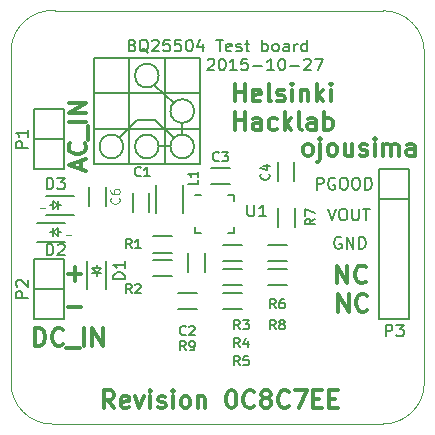
<source format=gto>
G04 #@! TF.FileFunction,Legend,Top*
%FSLAX46Y46*%
G04 Gerber Fmt 4.6, Leading zero omitted, Abs format (unit mm)*
G04 Created by KiCad (PCBNEW (2015-07-08 BZR 5908, Git 901e961)-product) date 27.10.2015 7:37:09*
%MOMM*%
G01*
G04 APERTURE LIST*
%ADD10C,0.100000*%
%ADD11C,0.300000*%
%ADD12C,0.200000*%
%ADD13C,0.150000*%
%ADD14C,0.050000*%
%ADD15C,0.080000*%
%ADD16C,2.750000*%
%ADD17R,1.000000X0.800000*%
%ADD18R,0.800000X1.000000*%
%ADD19C,2.000000*%
%ADD20R,1.800000X1.400000*%
%ADD21R,2.032000X2.032000*%
%ADD22O,2.032000X2.032000*%
%ADD23O,0.750000X0.300000*%
%ADD24O,0.300000X0.750000*%
%ADD25R,0.900000X0.900000*%
%ADD26R,0.550000X1.000000*%
%ADD27R,2.032000X1.727200*%
%ADD28O,2.032000X1.727200*%
%ADD29R,1.000000X0.550000*%
G04 APERTURE END LIST*
D10*
D11*
X53738001Y-78656571D02*
X53238001Y-77942286D01*
X52880858Y-78656571D02*
X52880858Y-77156571D01*
X53452286Y-77156571D01*
X53595144Y-77228000D01*
X53666572Y-77299429D01*
X53738001Y-77442286D01*
X53738001Y-77656571D01*
X53666572Y-77799429D01*
X53595144Y-77870857D01*
X53452286Y-77942286D01*
X52880858Y-77942286D01*
X54952286Y-78585143D02*
X54809429Y-78656571D01*
X54523715Y-78656571D01*
X54380858Y-78585143D01*
X54309429Y-78442286D01*
X54309429Y-77870857D01*
X54380858Y-77728000D01*
X54523715Y-77656571D01*
X54809429Y-77656571D01*
X54952286Y-77728000D01*
X55023715Y-77870857D01*
X55023715Y-78013714D01*
X54309429Y-78156571D01*
X55523715Y-77656571D02*
X55880858Y-78656571D01*
X56238000Y-77656571D01*
X56809429Y-78656571D02*
X56809429Y-77656571D01*
X56809429Y-77156571D02*
X56738000Y-77228000D01*
X56809429Y-77299429D01*
X56880857Y-77228000D01*
X56809429Y-77156571D01*
X56809429Y-77299429D01*
X57452286Y-78585143D02*
X57595143Y-78656571D01*
X57880858Y-78656571D01*
X58023715Y-78585143D01*
X58095143Y-78442286D01*
X58095143Y-78370857D01*
X58023715Y-78228000D01*
X57880858Y-78156571D01*
X57666572Y-78156571D01*
X57523715Y-78085143D01*
X57452286Y-77942286D01*
X57452286Y-77870857D01*
X57523715Y-77728000D01*
X57666572Y-77656571D01*
X57880858Y-77656571D01*
X58023715Y-77728000D01*
X58738001Y-78656571D02*
X58738001Y-77656571D01*
X58738001Y-77156571D02*
X58666572Y-77228000D01*
X58738001Y-77299429D01*
X58809429Y-77228000D01*
X58738001Y-77156571D01*
X58738001Y-77299429D01*
X59666573Y-78656571D02*
X59523715Y-78585143D01*
X59452287Y-78513714D01*
X59380858Y-78370857D01*
X59380858Y-77942286D01*
X59452287Y-77799429D01*
X59523715Y-77728000D01*
X59666573Y-77656571D01*
X59880858Y-77656571D01*
X60023715Y-77728000D01*
X60095144Y-77799429D01*
X60166573Y-77942286D01*
X60166573Y-78370857D01*
X60095144Y-78513714D01*
X60023715Y-78585143D01*
X59880858Y-78656571D01*
X59666573Y-78656571D01*
X60809430Y-77656571D02*
X60809430Y-78656571D01*
X60809430Y-77799429D02*
X60880858Y-77728000D01*
X61023716Y-77656571D01*
X61238001Y-77656571D01*
X61380858Y-77728000D01*
X61452287Y-77870857D01*
X61452287Y-78656571D01*
X63595144Y-77156571D02*
X63738001Y-77156571D01*
X63880858Y-77228000D01*
X63952287Y-77299429D01*
X64023716Y-77442286D01*
X64095144Y-77728000D01*
X64095144Y-78085143D01*
X64023716Y-78370857D01*
X63952287Y-78513714D01*
X63880858Y-78585143D01*
X63738001Y-78656571D01*
X63595144Y-78656571D01*
X63452287Y-78585143D01*
X63380858Y-78513714D01*
X63309430Y-78370857D01*
X63238001Y-78085143D01*
X63238001Y-77728000D01*
X63309430Y-77442286D01*
X63380858Y-77299429D01*
X63452287Y-77228000D01*
X63595144Y-77156571D01*
X65595144Y-78513714D02*
X65523715Y-78585143D01*
X65309429Y-78656571D01*
X65166572Y-78656571D01*
X64952287Y-78585143D01*
X64809429Y-78442286D01*
X64738001Y-78299429D01*
X64666572Y-78013714D01*
X64666572Y-77799429D01*
X64738001Y-77513714D01*
X64809429Y-77370857D01*
X64952287Y-77228000D01*
X65166572Y-77156571D01*
X65309429Y-77156571D01*
X65523715Y-77228000D01*
X65595144Y-77299429D01*
X66452287Y-77799429D02*
X66309429Y-77728000D01*
X66238001Y-77656571D01*
X66166572Y-77513714D01*
X66166572Y-77442286D01*
X66238001Y-77299429D01*
X66309429Y-77228000D01*
X66452287Y-77156571D01*
X66738001Y-77156571D01*
X66880858Y-77228000D01*
X66952287Y-77299429D01*
X67023715Y-77442286D01*
X67023715Y-77513714D01*
X66952287Y-77656571D01*
X66880858Y-77728000D01*
X66738001Y-77799429D01*
X66452287Y-77799429D01*
X66309429Y-77870857D01*
X66238001Y-77942286D01*
X66166572Y-78085143D01*
X66166572Y-78370857D01*
X66238001Y-78513714D01*
X66309429Y-78585143D01*
X66452287Y-78656571D01*
X66738001Y-78656571D01*
X66880858Y-78585143D01*
X66952287Y-78513714D01*
X67023715Y-78370857D01*
X67023715Y-78085143D01*
X66952287Y-77942286D01*
X66880858Y-77870857D01*
X66738001Y-77799429D01*
X68523715Y-78513714D02*
X68452286Y-78585143D01*
X68238000Y-78656571D01*
X68095143Y-78656571D01*
X67880858Y-78585143D01*
X67738000Y-78442286D01*
X67666572Y-78299429D01*
X67595143Y-78013714D01*
X67595143Y-77799429D01*
X67666572Y-77513714D01*
X67738000Y-77370857D01*
X67880858Y-77228000D01*
X68095143Y-77156571D01*
X68238000Y-77156571D01*
X68452286Y-77228000D01*
X68523715Y-77299429D01*
X69023715Y-77156571D02*
X70023715Y-77156571D01*
X69380858Y-78656571D01*
X70595143Y-77870857D02*
X71095143Y-77870857D01*
X71309429Y-78656571D02*
X70595143Y-78656571D01*
X70595143Y-77156571D01*
X71309429Y-77156571D01*
X71952286Y-77870857D02*
X72452286Y-77870857D01*
X72666572Y-78656571D02*
X71952286Y-78656571D01*
X71952286Y-77156571D01*
X72666572Y-77156571D01*
X50950000Y-58421429D02*
X50950000Y-57707143D01*
X51378571Y-58564286D02*
X49878571Y-58064286D01*
X51378571Y-57564286D01*
X51235714Y-56207143D02*
X51307143Y-56278572D01*
X51378571Y-56492858D01*
X51378571Y-56635715D01*
X51307143Y-56850000D01*
X51164286Y-56992858D01*
X51021429Y-57064286D01*
X50735714Y-57135715D01*
X50521429Y-57135715D01*
X50235714Y-57064286D01*
X50092857Y-56992858D01*
X49950000Y-56850000D01*
X49878571Y-56635715D01*
X49878571Y-56492858D01*
X49950000Y-56278572D01*
X50021429Y-56207143D01*
X51521429Y-55921429D02*
X51521429Y-54778572D01*
X51378571Y-54421429D02*
X49878571Y-54421429D01*
X51378571Y-53707143D02*
X49878571Y-53707143D01*
X51378571Y-52850000D01*
X49878571Y-52850000D01*
X47042857Y-73378571D02*
X47042857Y-71878571D01*
X47400000Y-71878571D01*
X47614285Y-71950000D01*
X47757143Y-72092857D01*
X47828571Y-72235714D01*
X47900000Y-72521429D01*
X47900000Y-72735714D01*
X47828571Y-73021429D01*
X47757143Y-73164286D01*
X47614285Y-73307143D01*
X47400000Y-73378571D01*
X47042857Y-73378571D01*
X49400000Y-73235714D02*
X49328571Y-73307143D01*
X49114285Y-73378571D01*
X48971428Y-73378571D01*
X48757143Y-73307143D01*
X48614285Y-73164286D01*
X48542857Y-73021429D01*
X48471428Y-72735714D01*
X48471428Y-72521429D01*
X48542857Y-72235714D01*
X48614285Y-72092857D01*
X48757143Y-71950000D01*
X48971428Y-71878571D01*
X49114285Y-71878571D01*
X49328571Y-71950000D01*
X49400000Y-72021429D01*
X49685714Y-73521429D02*
X50828571Y-73521429D01*
X51185714Y-73378571D02*
X51185714Y-71878571D01*
X51900000Y-73378571D02*
X51900000Y-71878571D01*
X52757143Y-73378571D01*
X52757143Y-71878571D01*
X49828572Y-70107143D02*
X50971429Y-70107143D01*
X49828572Y-67307143D02*
X50971429Y-67307143D01*
X50400000Y-67878571D02*
X50400000Y-66735714D01*
X72721429Y-70478571D02*
X72721429Y-68978571D01*
X73578572Y-70478571D01*
X73578572Y-68978571D01*
X75150001Y-70335714D02*
X75078572Y-70407143D01*
X74864286Y-70478571D01*
X74721429Y-70478571D01*
X74507144Y-70407143D01*
X74364286Y-70264286D01*
X74292858Y-70121429D01*
X74221429Y-69835714D01*
X74221429Y-69621429D01*
X74292858Y-69335714D01*
X74364286Y-69192857D01*
X74507144Y-69050000D01*
X74721429Y-68978571D01*
X74864286Y-68978571D01*
X75078572Y-69050000D01*
X75150001Y-69121429D01*
X72621429Y-68078571D02*
X72621429Y-66578571D01*
X73478572Y-68078571D01*
X73478572Y-66578571D01*
X75050001Y-67935714D02*
X74978572Y-68007143D01*
X74764286Y-68078571D01*
X74621429Y-68078571D01*
X74407144Y-68007143D01*
X74264286Y-67864286D01*
X74192858Y-67721429D01*
X74121429Y-67435714D01*
X74121429Y-67221429D01*
X74192858Y-66935714D01*
X74264286Y-66792857D01*
X74407144Y-66650000D01*
X74621429Y-66578571D01*
X74764286Y-66578571D01*
X74978572Y-66650000D01*
X75050001Y-66721429D01*
D12*
X71838095Y-61752381D02*
X72171428Y-62752381D01*
X72504762Y-61752381D01*
X73028571Y-61752381D02*
X73219048Y-61752381D01*
X73314286Y-61800000D01*
X73409524Y-61895238D01*
X73457143Y-62085714D01*
X73457143Y-62419048D01*
X73409524Y-62609524D01*
X73314286Y-62704762D01*
X73219048Y-62752381D01*
X73028571Y-62752381D01*
X72933333Y-62704762D01*
X72838095Y-62609524D01*
X72790476Y-62419048D01*
X72790476Y-62085714D01*
X72838095Y-61895238D01*
X72933333Y-61800000D01*
X73028571Y-61752381D01*
X73885714Y-61752381D02*
X73885714Y-62561905D01*
X73933333Y-62657143D01*
X73980952Y-62704762D01*
X74076190Y-62752381D01*
X74266667Y-62752381D01*
X74361905Y-62704762D01*
X74409524Y-62657143D01*
X74457143Y-62561905D01*
X74457143Y-61752381D01*
X74790476Y-61752381D02*
X75361905Y-61752381D01*
X75076190Y-62752381D02*
X75076190Y-61752381D01*
X72938096Y-64200000D02*
X72842858Y-64152381D01*
X72700001Y-64152381D01*
X72557143Y-64200000D01*
X72461905Y-64295238D01*
X72414286Y-64390476D01*
X72366667Y-64580952D01*
X72366667Y-64723810D01*
X72414286Y-64914286D01*
X72461905Y-65009524D01*
X72557143Y-65104762D01*
X72700001Y-65152381D01*
X72795239Y-65152381D01*
X72938096Y-65104762D01*
X72985715Y-65057143D01*
X72985715Y-64723810D01*
X72795239Y-64723810D01*
X73414286Y-65152381D02*
X73414286Y-64152381D01*
X73985715Y-65152381D01*
X73985715Y-64152381D01*
X74461905Y-65152381D02*
X74461905Y-64152381D01*
X74700000Y-64152381D01*
X74842858Y-64200000D01*
X74938096Y-64295238D01*
X74985715Y-64390476D01*
X75033334Y-64580952D01*
X75033334Y-64723810D01*
X74985715Y-64914286D01*
X74938096Y-65009524D01*
X74842858Y-65104762D01*
X74700000Y-65152381D01*
X74461905Y-65152381D01*
X70890476Y-60152381D02*
X70890476Y-59152381D01*
X71271429Y-59152381D01*
X71366667Y-59200000D01*
X71414286Y-59247619D01*
X71461905Y-59342857D01*
X71461905Y-59485714D01*
X71414286Y-59580952D01*
X71366667Y-59628571D01*
X71271429Y-59676190D01*
X70890476Y-59676190D01*
X72414286Y-59200000D02*
X72319048Y-59152381D01*
X72176191Y-59152381D01*
X72033333Y-59200000D01*
X71938095Y-59295238D01*
X71890476Y-59390476D01*
X71842857Y-59580952D01*
X71842857Y-59723810D01*
X71890476Y-59914286D01*
X71938095Y-60009524D01*
X72033333Y-60104762D01*
X72176191Y-60152381D01*
X72271429Y-60152381D01*
X72414286Y-60104762D01*
X72461905Y-60057143D01*
X72461905Y-59723810D01*
X72271429Y-59723810D01*
X73080952Y-59152381D02*
X73271429Y-59152381D01*
X73366667Y-59200000D01*
X73461905Y-59295238D01*
X73509524Y-59485714D01*
X73509524Y-59819048D01*
X73461905Y-60009524D01*
X73366667Y-60104762D01*
X73271429Y-60152381D01*
X73080952Y-60152381D01*
X72985714Y-60104762D01*
X72890476Y-60009524D01*
X72842857Y-59819048D01*
X72842857Y-59485714D01*
X72890476Y-59295238D01*
X72985714Y-59200000D01*
X73080952Y-59152381D01*
X74128571Y-59152381D02*
X74319048Y-59152381D01*
X74414286Y-59200000D01*
X74509524Y-59295238D01*
X74557143Y-59485714D01*
X74557143Y-59819048D01*
X74509524Y-60009524D01*
X74414286Y-60104762D01*
X74319048Y-60152381D01*
X74128571Y-60152381D01*
X74033333Y-60104762D01*
X73938095Y-60009524D01*
X73890476Y-59819048D01*
X73890476Y-59485714D01*
X73938095Y-59295238D01*
X74033333Y-59200000D01*
X74128571Y-59152381D01*
X74985714Y-60152381D02*
X74985714Y-59152381D01*
X75223809Y-59152381D01*
X75366667Y-59200000D01*
X75461905Y-59295238D01*
X75509524Y-59390476D01*
X75557143Y-59580952D01*
X75557143Y-59723810D01*
X75509524Y-59914286D01*
X75461905Y-60009524D01*
X75366667Y-60104762D01*
X75223809Y-60152381D01*
X74985714Y-60152381D01*
D11*
X70035714Y-57278571D02*
X69892856Y-57207143D01*
X69821428Y-57135714D01*
X69749999Y-56992857D01*
X69749999Y-56564286D01*
X69821428Y-56421429D01*
X69892856Y-56350000D01*
X70035714Y-56278571D01*
X70249999Y-56278571D01*
X70392856Y-56350000D01*
X70464285Y-56421429D01*
X70535714Y-56564286D01*
X70535714Y-56992857D01*
X70464285Y-57135714D01*
X70392856Y-57207143D01*
X70249999Y-57278571D01*
X70035714Y-57278571D01*
X71178571Y-56278571D02*
X71178571Y-57564286D01*
X71107142Y-57707143D01*
X70964285Y-57778571D01*
X70892857Y-57778571D01*
X71178571Y-55778571D02*
X71107142Y-55850000D01*
X71178571Y-55921429D01*
X71249999Y-55850000D01*
X71178571Y-55778571D01*
X71178571Y-55921429D01*
X72107143Y-57278571D02*
X71964285Y-57207143D01*
X71892857Y-57135714D01*
X71821428Y-56992857D01*
X71821428Y-56564286D01*
X71892857Y-56421429D01*
X71964285Y-56350000D01*
X72107143Y-56278571D01*
X72321428Y-56278571D01*
X72464285Y-56350000D01*
X72535714Y-56421429D01*
X72607143Y-56564286D01*
X72607143Y-56992857D01*
X72535714Y-57135714D01*
X72464285Y-57207143D01*
X72321428Y-57278571D01*
X72107143Y-57278571D01*
X73892857Y-56278571D02*
X73892857Y-57278571D01*
X73250000Y-56278571D02*
X73250000Y-57064286D01*
X73321428Y-57207143D01*
X73464286Y-57278571D01*
X73678571Y-57278571D01*
X73821428Y-57207143D01*
X73892857Y-57135714D01*
X74535714Y-57207143D02*
X74678571Y-57278571D01*
X74964286Y-57278571D01*
X75107143Y-57207143D01*
X75178571Y-57064286D01*
X75178571Y-56992857D01*
X75107143Y-56850000D01*
X74964286Y-56778571D01*
X74750000Y-56778571D01*
X74607143Y-56707143D01*
X74535714Y-56564286D01*
X74535714Y-56492857D01*
X74607143Y-56350000D01*
X74750000Y-56278571D01*
X74964286Y-56278571D01*
X75107143Y-56350000D01*
X75821429Y-57278571D02*
X75821429Y-56278571D01*
X75821429Y-55778571D02*
X75750000Y-55850000D01*
X75821429Y-55921429D01*
X75892857Y-55850000D01*
X75821429Y-55778571D01*
X75821429Y-55921429D01*
X76535715Y-57278571D02*
X76535715Y-56278571D01*
X76535715Y-56421429D02*
X76607143Y-56350000D01*
X76750001Y-56278571D01*
X76964286Y-56278571D01*
X77107143Y-56350000D01*
X77178572Y-56492857D01*
X77178572Y-57278571D01*
X77178572Y-56492857D02*
X77250001Y-56350000D01*
X77392858Y-56278571D01*
X77607143Y-56278571D01*
X77750001Y-56350000D01*
X77821429Y-56492857D01*
X77821429Y-57278571D01*
X79178572Y-57278571D02*
X79178572Y-56492857D01*
X79107143Y-56350000D01*
X78964286Y-56278571D01*
X78678572Y-56278571D01*
X78535715Y-56350000D01*
X79178572Y-57207143D02*
X79035715Y-57278571D01*
X78678572Y-57278571D01*
X78535715Y-57207143D01*
X78464286Y-57064286D01*
X78464286Y-56921429D01*
X78535715Y-56778571D01*
X78678572Y-56707143D01*
X79035715Y-56707143D01*
X79178572Y-56635714D01*
X63957143Y-52678571D02*
X63957143Y-51178571D01*
X63957143Y-51892857D02*
X64814286Y-51892857D01*
X64814286Y-52678571D02*
X64814286Y-51178571D01*
X66100000Y-52607143D02*
X65957143Y-52678571D01*
X65671429Y-52678571D01*
X65528572Y-52607143D01*
X65457143Y-52464286D01*
X65457143Y-51892857D01*
X65528572Y-51750000D01*
X65671429Y-51678571D01*
X65957143Y-51678571D01*
X66100000Y-51750000D01*
X66171429Y-51892857D01*
X66171429Y-52035714D01*
X65457143Y-52178571D01*
X67028572Y-52678571D02*
X66885714Y-52607143D01*
X66814286Y-52464286D01*
X66814286Y-51178571D01*
X67528571Y-52607143D02*
X67671428Y-52678571D01*
X67957143Y-52678571D01*
X68100000Y-52607143D01*
X68171428Y-52464286D01*
X68171428Y-52392857D01*
X68100000Y-52250000D01*
X67957143Y-52178571D01*
X67742857Y-52178571D01*
X67600000Y-52107143D01*
X67528571Y-51964286D01*
X67528571Y-51892857D01*
X67600000Y-51750000D01*
X67742857Y-51678571D01*
X67957143Y-51678571D01*
X68100000Y-51750000D01*
X68814286Y-52678571D02*
X68814286Y-51678571D01*
X68814286Y-51178571D02*
X68742857Y-51250000D01*
X68814286Y-51321429D01*
X68885714Y-51250000D01*
X68814286Y-51178571D01*
X68814286Y-51321429D01*
X69528572Y-51678571D02*
X69528572Y-52678571D01*
X69528572Y-51821429D02*
X69600000Y-51750000D01*
X69742858Y-51678571D01*
X69957143Y-51678571D01*
X70100000Y-51750000D01*
X70171429Y-51892857D01*
X70171429Y-52678571D01*
X70885715Y-52678571D02*
X70885715Y-51178571D01*
X71028572Y-52107143D02*
X71457143Y-52678571D01*
X71457143Y-51678571D02*
X70885715Y-52250000D01*
X72100001Y-52678571D02*
X72100001Y-51678571D01*
X72100001Y-51178571D02*
X72028572Y-51250000D01*
X72100001Y-51321429D01*
X72171429Y-51250000D01*
X72100001Y-51178571D01*
X72100001Y-51321429D01*
X63957143Y-55078571D02*
X63957143Y-53578571D01*
X63957143Y-54292857D02*
X64814286Y-54292857D01*
X64814286Y-55078571D02*
X64814286Y-53578571D01*
X66171429Y-55078571D02*
X66171429Y-54292857D01*
X66100000Y-54150000D01*
X65957143Y-54078571D01*
X65671429Y-54078571D01*
X65528572Y-54150000D01*
X66171429Y-55007143D02*
X66028572Y-55078571D01*
X65671429Y-55078571D01*
X65528572Y-55007143D01*
X65457143Y-54864286D01*
X65457143Y-54721429D01*
X65528572Y-54578571D01*
X65671429Y-54507143D01*
X66028572Y-54507143D01*
X66171429Y-54435714D01*
X67528572Y-55007143D02*
X67385715Y-55078571D01*
X67100001Y-55078571D01*
X66957143Y-55007143D01*
X66885715Y-54935714D01*
X66814286Y-54792857D01*
X66814286Y-54364286D01*
X66885715Y-54221429D01*
X66957143Y-54150000D01*
X67100001Y-54078571D01*
X67385715Y-54078571D01*
X67528572Y-54150000D01*
X68171429Y-55078571D02*
X68171429Y-53578571D01*
X68314286Y-54507143D02*
X68742857Y-55078571D01*
X68742857Y-54078571D02*
X68171429Y-54650000D01*
X69600001Y-55078571D02*
X69457143Y-55007143D01*
X69385715Y-54864286D01*
X69385715Y-53578571D01*
X70814286Y-55078571D02*
X70814286Y-54292857D01*
X70742857Y-54150000D01*
X70600000Y-54078571D01*
X70314286Y-54078571D01*
X70171429Y-54150000D01*
X70814286Y-55007143D02*
X70671429Y-55078571D01*
X70314286Y-55078571D01*
X70171429Y-55007143D01*
X70100000Y-54864286D01*
X70100000Y-54721429D01*
X70171429Y-54578571D01*
X70314286Y-54507143D01*
X70671429Y-54507143D01*
X70814286Y-54435714D01*
X71528572Y-55078571D02*
X71528572Y-53578571D01*
X71528572Y-54150000D02*
X71671429Y-54078571D01*
X71957143Y-54078571D01*
X72100000Y-54150000D01*
X72171429Y-54221429D01*
X72242858Y-54364286D01*
X72242858Y-54792857D01*
X72171429Y-54935714D01*
X72100000Y-55007143D01*
X71957143Y-55078571D01*
X71671429Y-55078571D01*
X71528572Y-55007143D01*
D12*
X61642857Y-49147619D02*
X61690476Y-49100000D01*
X61785714Y-49052381D01*
X62023810Y-49052381D01*
X62119048Y-49100000D01*
X62166667Y-49147619D01*
X62214286Y-49242857D01*
X62214286Y-49338095D01*
X62166667Y-49480952D01*
X61595238Y-50052381D01*
X62214286Y-50052381D01*
X62833333Y-49052381D02*
X62928572Y-49052381D01*
X63023810Y-49100000D01*
X63071429Y-49147619D01*
X63119048Y-49242857D01*
X63166667Y-49433333D01*
X63166667Y-49671429D01*
X63119048Y-49861905D01*
X63071429Y-49957143D01*
X63023810Y-50004762D01*
X62928572Y-50052381D01*
X62833333Y-50052381D01*
X62738095Y-50004762D01*
X62690476Y-49957143D01*
X62642857Y-49861905D01*
X62595238Y-49671429D01*
X62595238Y-49433333D01*
X62642857Y-49242857D01*
X62690476Y-49147619D01*
X62738095Y-49100000D01*
X62833333Y-49052381D01*
X64119048Y-50052381D02*
X63547619Y-50052381D01*
X63833333Y-50052381D02*
X63833333Y-49052381D01*
X63738095Y-49195238D01*
X63642857Y-49290476D01*
X63547619Y-49338095D01*
X65023810Y-49052381D02*
X64547619Y-49052381D01*
X64500000Y-49528571D01*
X64547619Y-49480952D01*
X64642857Y-49433333D01*
X64880953Y-49433333D01*
X64976191Y-49480952D01*
X65023810Y-49528571D01*
X65071429Y-49623810D01*
X65071429Y-49861905D01*
X65023810Y-49957143D01*
X64976191Y-50004762D01*
X64880953Y-50052381D01*
X64642857Y-50052381D01*
X64547619Y-50004762D01*
X64500000Y-49957143D01*
X65500000Y-49671429D02*
X66261905Y-49671429D01*
X67261905Y-50052381D02*
X66690476Y-50052381D01*
X66976190Y-50052381D02*
X66976190Y-49052381D01*
X66880952Y-49195238D01*
X66785714Y-49290476D01*
X66690476Y-49338095D01*
X67880952Y-49052381D02*
X67976191Y-49052381D01*
X68071429Y-49100000D01*
X68119048Y-49147619D01*
X68166667Y-49242857D01*
X68214286Y-49433333D01*
X68214286Y-49671429D01*
X68166667Y-49861905D01*
X68119048Y-49957143D01*
X68071429Y-50004762D01*
X67976191Y-50052381D01*
X67880952Y-50052381D01*
X67785714Y-50004762D01*
X67738095Y-49957143D01*
X67690476Y-49861905D01*
X67642857Y-49671429D01*
X67642857Y-49433333D01*
X67690476Y-49242857D01*
X67738095Y-49147619D01*
X67785714Y-49100000D01*
X67880952Y-49052381D01*
X68642857Y-49671429D02*
X69404762Y-49671429D01*
X69833333Y-49147619D02*
X69880952Y-49100000D01*
X69976190Y-49052381D01*
X70214286Y-49052381D01*
X70309524Y-49100000D01*
X70357143Y-49147619D01*
X70404762Y-49242857D01*
X70404762Y-49338095D01*
X70357143Y-49480952D01*
X69785714Y-50052381D01*
X70404762Y-50052381D01*
X70738095Y-49052381D02*
X71404762Y-49052381D01*
X70976190Y-50052381D01*
D13*
X57500000Y-56500000D02*
X58500000Y-56500000D01*
X57200000Y-54300000D02*
X58800000Y-55800000D01*
X55700000Y-54300000D02*
X57200000Y-54300000D01*
X54200000Y-55700000D02*
X55700000Y-54300000D01*
X59500000Y-54500000D02*
X59500000Y-55500000D01*
X57100000Y-51300000D02*
X58800000Y-52800000D01*
X57500000Y-50500000D02*
G75*
G03X57500000Y-50500000I-1000000J0D01*
G01*
X60500000Y-53500000D02*
G75*
G03X60500000Y-53500000I-1000000J0D01*
G01*
X60500000Y-56500000D02*
G75*
G03X60500000Y-56500000I-1000000J0D01*
G01*
X57500000Y-56500000D02*
G75*
G03X57500000Y-56500000I-1000000J0D01*
G01*
X54500000Y-56500000D02*
G75*
G03X54500000Y-56500000I-1000000J0D01*
G01*
X52000000Y-55000000D02*
X61000000Y-55000000D01*
X61000000Y-52000000D02*
X52000000Y-52000000D01*
X58000000Y-58000000D02*
X58000000Y-49000000D01*
X55000000Y-49000000D02*
X55000000Y-58000000D01*
X61000000Y-49000000D02*
X52000000Y-49000000D01*
X61000000Y-58000000D02*
X61000000Y-49000000D01*
X52000000Y-58000000D02*
X61000000Y-58000000D01*
X52000000Y-49000000D02*
X52000000Y-58000000D01*
D12*
X55285714Y-47928571D02*
X55428571Y-47976190D01*
X55476190Y-48023810D01*
X55523809Y-48119048D01*
X55523809Y-48261905D01*
X55476190Y-48357143D01*
X55428571Y-48404762D01*
X55333333Y-48452381D01*
X54952380Y-48452381D01*
X54952380Y-47452381D01*
X55285714Y-47452381D01*
X55380952Y-47500000D01*
X55428571Y-47547619D01*
X55476190Y-47642857D01*
X55476190Y-47738095D01*
X55428571Y-47833333D01*
X55380952Y-47880952D01*
X55285714Y-47928571D01*
X54952380Y-47928571D01*
X56619047Y-48547619D02*
X56523809Y-48500000D01*
X56428571Y-48404762D01*
X56285714Y-48261905D01*
X56190475Y-48214286D01*
X56095237Y-48214286D01*
X56142856Y-48452381D02*
X56047618Y-48404762D01*
X55952380Y-48309524D01*
X55904761Y-48119048D01*
X55904761Y-47785714D01*
X55952380Y-47595238D01*
X56047618Y-47500000D01*
X56142856Y-47452381D01*
X56333333Y-47452381D01*
X56428571Y-47500000D01*
X56523809Y-47595238D01*
X56571428Y-47785714D01*
X56571428Y-48119048D01*
X56523809Y-48309524D01*
X56428571Y-48404762D01*
X56333333Y-48452381D01*
X56142856Y-48452381D01*
X56952380Y-47547619D02*
X56999999Y-47500000D01*
X57095237Y-47452381D01*
X57333333Y-47452381D01*
X57428571Y-47500000D01*
X57476190Y-47547619D01*
X57523809Y-47642857D01*
X57523809Y-47738095D01*
X57476190Y-47880952D01*
X56904761Y-48452381D01*
X57523809Y-48452381D01*
X58428571Y-47452381D02*
X57952380Y-47452381D01*
X57904761Y-47928571D01*
X57952380Y-47880952D01*
X58047618Y-47833333D01*
X58285714Y-47833333D01*
X58380952Y-47880952D01*
X58428571Y-47928571D01*
X58476190Y-48023810D01*
X58476190Y-48261905D01*
X58428571Y-48357143D01*
X58380952Y-48404762D01*
X58285714Y-48452381D01*
X58047618Y-48452381D01*
X57952380Y-48404762D01*
X57904761Y-48357143D01*
X59380952Y-47452381D02*
X58904761Y-47452381D01*
X58857142Y-47928571D01*
X58904761Y-47880952D01*
X58999999Y-47833333D01*
X59238095Y-47833333D01*
X59333333Y-47880952D01*
X59380952Y-47928571D01*
X59428571Y-48023810D01*
X59428571Y-48261905D01*
X59380952Y-48357143D01*
X59333333Y-48404762D01*
X59238095Y-48452381D01*
X58999999Y-48452381D01*
X58904761Y-48404762D01*
X58857142Y-48357143D01*
X60047618Y-47452381D02*
X60142857Y-47452381D01*
X60238095Y-47500000D01*
X60285714Y-47547619D01*
X60333333Y-47642857D01*
X60380952Y-47833333D01*
X60380952Y-48071429D01*
X60333333Y-48261905D01*
X60285714Y-48357143D01*
X60238095Y-48404762D01*
X60142857Y-48452381D01*
X60047618Y-48452381D01*
X59952380Y-48404762D01*
X59904761Y-48357143D01*
X59857142Y-48261905D01*
X59809523Y-48071429D01*
X59809523Y-47833333D01*
X59857142Y-47642857D01*
X59904761Y-47547619D01*
X59952380Y-47500000D01*
X60047618Y-47452381D01*
X61238095Y-47785714D02*
X61238095Y-48452381D01*
X60999999Y-47404762D02*
X60761904Y-48119048D01*
X61380952Y-48119048D01*
X62380952Y-47452381D02*
X62952381Y-47452381D01*
X62666666Y-48452381D02*
X62666666Y-47452381D01*
X63666667Y-48404762D02*
X63571429Y-48452381D01*
X63380952Y-48452381D01*
X63285714Y-48404762D01*
X63238095Y-48309524D01*
X63238095Y-47928571D01*
X63285714Y-47833333D01*
X63380952Y-47785714D01*
X63571429Y-47785714D01*
X63666667Y-47833333D01*
X63714286Y-47928571D01*
X63714286Y-48023810D01*
X63238095Y-48119048D01*
X64095238Y-48404762D02*
X64190476Y-48452381D01*
X64380952Y-48452381D01*
X64476191Y-48404762D01*
X64523810Y-48309524D01*
X64523810Y-48261905D01*
X64476191Y-48166667D01*
X64380952Y-48119048D01*
X64238095Y-48119048D01*
X64142857Y-48071429D01*
X64095238Y-47976190D01*
X64095238Y-47928571D01*
X64142857Y-47833333D01*
X64238095Y-47785714D01*
X64380952Y-47785714D01*
X64476191Y-47833333D01*
X64809524Y-47785714D02*
X65190476Y-47785714D01*
X64952381Y-47452381D02*
X64952381Y-48309524D01*
X65000000Y-48404762D01*
X65095238Y-48452381D01*
X65190476Y-48452381D01*
X66285715Y-48452381D02*
X66285715Y-47452381D01*
X66285715Y-47833333D02*
X66380953Y-47785714D01*
X66571430Y-47785714D01*
X66666668Y-47833333D01*
X66714287Y-47880952D01*
X66761906Y-47976190D01*
X66761906Y-48261905D01*
X66714287Y-48357143D01*
X66666668Y-48404762D01*
X66571430Y-48452381D01*
X66380953Y-48452381D01*
X66285715Y-48404762D01*
X67333334Y-48452381D02*
X67238096Y-48404762D01*
X67190477Y-48357143D01*
X67142858Y-48261905D01*
X67142858Y-47976190D01*
X67190477Y-47880952D01*
X67238096Y-47833333D01*
X67333334Y-47785714D01*
X67476192Y-47785714D01*
X67571430Y-47833333D01*
X67619049Y-47880952D01*
X67666668Y-47976190D01*
X67666668Y-48261905D01*
X67619049Y-48357143D01*
X67571430Y-48404762D01*
X67476192Y-48452381D01*
X67333334Y-48452381D01*
X68523811Y-48452381D02*
X68523811Y-47928571D01*
X68476192Y-47833333D01*
X68380954Y-47785714D01*
X68190477Y-47785714D01*
X68095239Y-47833333D01*
X68523811Y-48404762D02*
X68428573Y-48452381D01*
X68190477Y-48452381D01*
X68095239Y-48404762D01*
X68047620Y-48309524D01*
X68047620Y-48214286D01*
X68095239Y-48119048D01*
X68190477Y-48071429D01*
X68428573Y-48071429D01*
X68523811Y-48023810D01*
X69000001Y-48452381D02*
X69000001Y-47785714D01*
X69000001Y-47976190D02*
X69047620Y-47880952D01*
X69095239Y-47833333D01*
X69190477Y-47785714D01*
X69285716Y-47785714D01*
X70047621Y-48452381D02*
X70047621Y-47452381D01*
X70047621Y-48404762D02*
X69952383Y-48452381D01*
X69761906Y-48452381D01*
X69666668Y-48404762D01*
X69619049Y-48357143D01*
X69571430Y-48261905D01*
X69571430Y-47976190D01*
X69619049Y-47880952D01*
X69666668Y-47833333D01*
X69761906Y-47785714D01*
X69952383Y-47785714D01*
X70047621Y-47833333D01*
D10*
X45000000Y-48250000D02*
X45000000Y-76500000D01*
X76500000Y-45000000D02*
X48750000Y-45000000D01*
X80000000Y-76500000D02*
X80000000Y-48500000D01*
X48500000Y-80000000D02*
X76500000Y-80000000D01*
X45000000Y-76500000D02*
G75*
G03X48500000Y-80000000I3500000J0D01*
G01*
X76500000Y-80000000D02*
G75*
G03X80000000Y-76500000I0J3500000D01*
G01*
X80000000Y-48500000D02*
G75*
G03X76500000Y-45000000I-3500000J0D01*
G01*
X48750000Y-45000000D02*
G75*
G03X45000000Y-48250000I-250000J-3500000D01*
G01*
D13*
X56700000Y-62050000D02*
X56700000Y-60450000D01*
X55300000Y-60450000D02*
X55300000Y-62050000D01*
X61406000Y-67094000D02*
X61406000Y-65494000D01*
X60006000Y-65494000D02*
X60006000Y-67094000D01*
X61950000Y-59700000D02*
X63550000Y-59700000D01*
X63550000Y-58300000D02*
X61950000Y-58300000D01*
X67600000Y-57800000D02*
X67600000Y-59400000D01*
X69000000Y-59400000D02*
X69000000Y-57800000D01*
X59570000Y-62160000D02*
X59570000Y-59760000D01*
X57270000Y-59760000D02*
X57270000Y-62160000D01*
X46990000Y-55880000D02*
X49530000Y-55880000D01*
X46990000Y-58420000D02*
X49530000Y-58420000D01*
X49530000Y-58420000D02*
X49530000Y-55880000D01*
X49530000Y-55880000D02*
X49530000Y-53340000D01*
X49530000Y-53340000D02*
X46990000Y-53340000D01*
X46990000Y-53340000D02*
X46990000Y-58420000D01*
X46990000Y-68580000D02*
X49530000Y-68580000D01*
X46990000Y-71120000D02*
X49530000Y-71120000D01*
X49530000Y-71120000D02*
X49530000Y-68580000D01*
X49530000Y-68580000D02*
X49530000Y-66040000D01*
X49530000Y-66040000D02*
X46990000Y-66040000D01*
X46990000Y-66040000D02*
X46990000Y-71120000D01*
X57000000Y-65500000D02*
X58600000Y-65500000D01*
X58600000Y-64100000D02*
X57000000Y-64100000D01*
X58600000Y-66100000D02*
X57000000Y-66100000D01*
X57000000Y-67500000D02*
X58600000Y-67500000D01*
X62954000Y-66232000D02*
X64554000Y-66232000D01*
X64554000Y-64832000D02*
X62954000Y-64832000D01*
X62954000Y-68264000D02*
X64554000Y-68264000D01*
X64554000Y-66864000D02*
X62954000Y-66864000D01*
X62954000Y-70296000D02*
X64554000Y-70296000D01*
X64554000Y-68896000D02*
X62954000Y-68896000D01*
X66764000Y-66232000D02*
X68364000Y-66232000D01*
X68364000Y-64832000D02*
X66764000Y-64832000D01*
X69026000Y-63284000D02*
X69026000Y-61684000D01*
X67626000Y-61684000D02*
X67626000Y-63284000D01*
X66764000Y-68264000D02*
X68364000Y-68264000D01*
X68364000Y-66864000D02*
X66764000Y-66864000D01*
X60744000Y-68896000D02*
X59144000Y-68896000D01*
X59144000Y-70296000D02*
X60744000Y-70296000D01*
X63855000Y-60605000D02*
X63855000Y-61105000D01*
X60605000Y-63855000D02*
X60605000Y-63355000D01*
X63855000Y-63855000D02*
X63855000Y-63355000D01*
X60605000Y-60605000D02*
X61105000Y-60605000D01*
X60605000Y-63855000D02*
X61105000Y-63855000D01*
X63855000Y-63855000D02*
X63355000Y-63855000D01*
X63855000Y-60605000D02*
X63355000Y-60605000D01*
D14*
X52050000Y-66100000D02*
X52050000Y-65700000D01*
X52050000Y-65700000D02*
X52450000Y-65700000D01*
X52450000Y-65700000D02*
X52450000Y-66100000D01*
D13*
X52250000Y-66750000D02*
X52250000Y-66500000D01*
X52250000Y-67250000D02*
X52250000Y-67500000D01*
X52250000Y-67250000D02*
X51900000Y-66750000D01*
X51900000Y-66750000D02*
X52600000Y-66750000D01*
X52600000Y-66750000D02*
X52250000Y-67250000D01*
X51900000Y-67250000D02*
X52600000Y-67250000D01*
X53050000Y-68600000D02*
X53050000Y-66200000D01*
X51450000Y-68600000D02*
X51450000Y-66200000D01*
X78740000Y-60960000D02*
X78740000Y-71120000D01*
X78740000Y-71120000D02*
X76200000Y-71120000D01*
X76200000Y-71120000D02*
X76200000Y-60960000D01*
X78740000Y-58420000D02*
X78740000Y-60960000D01*
X78740000Y-60960000D02*
X76200000Y-60960000D01*
X78740000Y-58420000D02*
X76200000Y-58420000D01*
X76200000Y-58420000D02*
X76200000Y-60960000D01*
X53024000Y-61506000D02*
X53024000Y-59906000D01*
X51624000Y-59906000D02*
X51624000Y-61506000D01*
D14*
X49668000Y-63554000D02*
X50068000Y-63554000D01*
X50068000Y-63554000D02*
X50068000Y-63954000D01*
X50068000Y-63954000D02*
X49668000Y-63954000D01*
D13*
X49018000Y-63754000D02*
X49268000Y-63754000D01*
X48518000Y-63754000D02*
X48268000Y-63754000D01*
X48518000Y-63754000D02*
X49018000Y-63404000D01*
X49018000Y-63404000D02*
X49018000Y-64104000D01*
X49018000Y-64104000D02*
X48518000Y-63754000D01*
X48518000Y-63404000D02*
X48518000Y-64104000D01*
X47168000Y-64554000D02*
X49568000Y-64554000D01*
X47168000Y-62954000D02*
X49568000Y-62954000D01*
D14*
X47868000Y-61668000D02*
X47468000Y-61668000D01*
X47468000Y-61668000D02*
X47468000Y-61268000D01*
X47468000Y-61268000D02*
X47868000Y-61268000D01*
D13*
X48518000Y-61468000D02*
X48268000Y-61468000D01*
X49018000Y-61468000D02*
X49268000Y-61468000D01*
X49018000Y-61468000D02*
X48518000Y-61818000D01*
X48518000Y-61818000D02*
X48518000Y-61118000D01*
X48518000Y-61118000D02*
X49018000Y-61468000D01*
X49018000Y-61818000D02*
X49018000Y-61118000D01*
X50368000Y-60668000D02*
X47968000Y-60668000D01*
X50368000Y-62268000D02*
X47968000Y-62268000D01*
X56000667Y-58959714D02*
X55962572Y-58997810D01*
X55848286Y-59035905D01*
X55772096Y-59035905D01*
X55657810Y-58997810D01*
X55581619Y-58921619D01*
X55543524Y-58845429D01*
X55505429Y-58693048D01*
X55505429Y-58578762D01*
X55543524Y-58426381D01*
X55581619Y-58350190D01*
X55657810Y-58274000D01*
X55772096Y-58235905D01*
X55848286Y-58235905D01*
X55962572Y-58274000D01*
X56000667Y-58312095D01*
X56762572Y-59035905D02*
X56305429Y-59035905D01*
X56534000Y-59035905D02*
X56534000Y-58235905D01*
X56457810Y-58350190D01*
X56381619Y-58426381D01*
X56305429Y-58464476D01*
X59810667Y-72421714D02*
X59772572Y-72459810D01*
X59658286Y-72497905D01*
X59582096Y-72497905D01*
X59467810Y-72459810D01*
X59391619Y-72383619D01*
X59353524Y-72307429D01*
X59315429Y-72155048D01*
X59315429Y-72040762D01*
X59353524Y-71888381D01*
X59391619Y-71812190D01*
X59467810Y-71736000D01*
X59582096Y-71697905D01*
X59658286Y-71697905D01*
X59772572Y-71736000D01*
X59810667Y-71774095D01*
X60115429Y-71774095D02*
X60153524Y-71736000D01*
X60229715Y-71697905D01*
X60420191Y-71697905D01*
X60496381Y-71736000D01*
X60534477Y-71774095D01*
X60572572Y-71850286D01*
X60572572Y-71926476D01*
X60534477Y-72040762D01*
X60077334Y-72497905D01*
X60572572Y-72497905D01*
X62604667Y-57689714D02*
X62566572Y-57727810D01*
X62452286Y-57765905D01*
X62376096Y-57765905D01*
X62261810Y-57727810D01*
X62185619Y-57651619D01*
X62147524Y-57575429D01*
X62109429Y-57423048D01*
X62109429Y-57308762D01*
X62147524Y-57156381D01*
X62185619Y-57080190D01*
X62261810Y-57004000D01*
X62376096Y-56965905D01*
X62452286Y-56965905D01*
X62566572Y-57004000D01*
X62604667Y-57042095D01*
X62871334Y-56965905D02*
X63366572Y-56965905D01*
X63099905Y-57270667D01*
X63214191Y-57270667D01*
X63290381Y-57308762D01*
X63328477Y-57346857D01*
X63366572Y-57423048D01*
X63366572Y-57613524D01*
X63328477Y-57689714D01*
X63290381Y-57727810D01*
X63214191Y-57765905D01*
X62985619Y-57765905D01*
X62909429Y-57727810D01*
X62871334Y-57689714D01*
X66833714Y-58807333D02*
X66871810Y-58845428D01*
X66909905Y-58959714D01*
X66909905Y-59035904D01*
X66871810Y-59150190D01*
X66795619Y-59226381D01*
X66719429Y-59264476D01*
X66567048Y-59302571D01*
X66452762Y-59302571D01*
X66300381Y-59264476D01*
X66224190Y-59226381D01*
X66148000Y-59150190D01*
X66109905Y-59035904D01*
X66109905Y-58959714D01*
X66148000Y-58845428D01*
X66186095Y-58807333D01*
X66376571Y-58121619D02*
X66909905Y-58121619D01*
X66071810Y-58312095D02*
X66643238Y-58502571D01*
X66643238Y-58007333D01*
X60813905Y-59315333D02*
X60813905Y-59696286D01*
X60013905Y-59696286D01*
X60813905Y-58629619D02*
X60813905Y-59086762D01*
X60813905Y-58858191D02*
X60013905Y-58858191D01*
X60128190Y-58934381D01*
X60204381Y-59010572D01*
X60242476Y-59086762D01*
X46426381Y-56618095D02*
X45426381Y-56618095D01*
X45426381Y-56237142D01*
X45474000Y-56141904D01*
X45521619Y-56094285D01*
X45616857Y-56046666D01*
X45759714Y-56046666D01*
X45854952Y-56094285D01*
X45902571Y-56141904D01*
X45950190Y-56237142D01*
X45950190Y-56618095D01*
X46426381Y-55094285D02*
X46426381Y-55665714D01*
X46426381Y-55380000D02*
X45426381Y-55380000D01*
X45569238Y-55475238D01*
X45664476Y-55570476D01*
X45712095Y-55665714D01*
X46426381Y-69318095D02*
X45426381Y-69318095D01*
X45426381Y-68937142D01*
X45474000Y-68841904D01*
X45521619Y-68794285D01*
X45616857Y-68746666D01*
X45759714Y-68746666D01*
X45854952Y-68794285D01*
X45902571Y-68841904D01*
X45950190Y-68937142D01*
X45950190Y-69318095D01*
X45521619Y-68365714D02*
X45474000Y-68318095D01*
X45426381Y-68222857D01*
X45426381Y-67984761D01*
X45474000Y-67889523D01*
X45521619Y-67841904D01*
X45616857Y-67794285D01*
X45712095Y-67794285D01*
X45854952Y-67841904D01*
X46426381Y-68413333D01*
X46426381Y-67794285D01*
X55238667Y-65131905D02*
X54972000Y-64750952D01*
X54781524Y-65131905D02*
X54781524Y-64331905D01*
X55086286Y-64331905D01*
X55162477Y-64370000D01*
X55200572Y-64408095D01*
X55238667Y-64484286D01*
X55238667Y-64598571D01*
X55200572Y-64674762D01*
X55162477Y-64712857D01*
X55086286Y-64750952D01*
X54781524Y-64750952D01*
X56000572Y-65131905D02*
X55543429Y-65131905D01*
X55772000Y-65131905D02*
X55772000Y-64331905D01*
X55695810Y-64446190D01*
X55619619Y-64522381D01*
X55543429Y-64560476D01*
X55238667Y-68941905D02*
X54972000Y-68560952D01*
X54781524Y-68941905D02*
X54781524Y-68141905D01*
X55086286Y-68141905D01*
X55162477Y-68180000D01*
X55200572Y-68218095D01*
X55238667Y-68294286D01*
X55238667Y-68408571D01*
X55200572Y-68484762D01*
X55162477Y-68522857D01*
X55086286Y-68560952D01*
X54781524Y-68560952D01*
X55543429Y-68218095D02*
X55581524Y-68180000D01*
X55657715Y-68141905D01*
X55848191Y-68141905D01*
X55924381Y-68180000D01*
X55962477Y-68218095D01*
X56000572Y-68294286D01*
X56000572Y-68370476D01*
X55962477Y-68484762D01*
X55505334Y-68941905D01*
X56000572Y-68941905D01*
X64382667Y-71989905D02*
X64116000Y-71608952D01*
X63925524Y-71989905D02*
X63925524Y-71189905D01*
X64230286Y-71189905D01*
X64306477Y-71228000D01*
X64344572Y-71266095D01*
X64382667Y-71342286D01*
X64382667Y-71456571D01*
X64344572Y-71532762D01*
X64306477Y-71570857D01*
X64230286Y-71608952D01*
X63925524Y-71608952D01*
X64649334Y-71189905D02*
X65144572Y-71189905D01*
X64877905Y-71494667D01*
X64992191Y-71494667D01*
X65068381Y-71532762D01*
X65106477Y-71570857D01*
X65144572Y-71647048D01*
X65144572Y-71837524D01*
X65106477Y-71913714D01*
X65068381Y-71951810D01*
X64992191Y-71989905D01*
X64763619Y-71989905D01*
X64687429Y-71951810D01*
X64649334Y-71913714D01*
X64382667Y-73513905D02*
X64116000Y-73132952D01*
X63925524Y-73513905D02*
X63925524Y-72713905D01*
X64230286Y-72713905D01*
X64306477Y-72752000D01*
X64344572Y-72790095D01*
X64382667Y-72866286D01*
X64382667Y-72980571D01*
X64344572Y-73056762D01*
X64306477Y-73094857D01*
X64230286Y-73132952D01*
X63925524Y-73132952D01*
X65068381Y-72980571D02*
X65068381Y-73513905D01*
X64877905Y-72675810D02*
X64687429Y-73247238D01*
X65182667Y-73247238D01*
X64382667Y-75037905D02*
X64116000Y-74656952D01*
X63925524Y-75037905D02*
X63925524Y-74237905D01*
X64230286Y-74237905D01*
X64306477Y-74276000D01*
X64344572Y-74314095D01*
X64382667Y-74390286D01*
X64382667Y-74504571D01*
X64344572Y-74580762D01*
X64306477Y-74618857D01*
X64230286Y-74656952D01*
X63925524Y-74656952D01*
X65106477Y-74237905D02*
X64725524Y-74237905D01*
X64687429Y-74618857D01*
X64725524Y-74580762D01*
X64801715Y-74542667D01*
X64992191Y-74542667D01*
X65068381Y-74580762D01*
X65106477Y-74618857D01*
X65144572Y-74695048D01*
X65144572Y-74885524D01*
X65106477Y-74961714D01*
X65068381Y-74999810D01*
X64992191Y-75037905D01*
X64801715Y-75037905D01*
X64725524Y-74999810D01*
X64687429Y-74961714D01*
X67430667Y-70211905D02*
X67164000Y-69830952D01*
X66973524Y-70211905D02*
X66973524Y-69411905D01*
X67278286Y-69411905D01*
X67354477Y-69450000D01*
X67392572Y-69488095D01*
X67430667Y-69564286D01*
X67430667Y-69678571D01*
X67392572Y-69754762D01*
X67354477Y-69792857D01*
X67278286Y-69830952D01*
X66973524Y-69830952D01*
X68116381Y-69411905D02*
X67964000Y-69411905D01*
X67887810Y-69450000D01*
X67849715Y-69488095D01*
X67773524Y-69602381D01*
X67735429Y-69754762D01*
X67735429Y-70059524D01*
X67773524Y-70135714D01*
X67811619Y-70173810D01*
X67887810Y-70211905D01*
X68040191Y-70211905D01*
X68116381Y-70173810D01*
X68154477Y-70135714D01*
X68192572Y-70059524D01*
X68192572Y-69869048D01*
X68154477Y-69792857D01*
X68116381Y-69754762D01*
X68040191Y-69716667D01*
X67887810Y-69716667D01*
X67811619Y-69754762D01*
X67773524Y-69792857D01*
X67735429Y-69869048D01*
X70719905Y-62617333D02*
X70338952Y-62884000D01*
X70719905Y-63074476D02*
X69919905Y-63074476D01*
X69919905Y-62769714D01*
X69958000Y-62693523D01*
X69996095Y-62655428D01*
X70072286Y-62617333D01*
X70186571Y-62617333D01*
X70262762Y-62655428D01*
X70300857Y-62693523D01*
X70338952Y-62769714D01*
X70338952Y-63074476D01*
X69919905Y-62350666D02*
X69919905Y-61817333D01*
X70719905Y-62160190D01*
X67430667Y-71989905D02*
X67164000Y-71608952D01*
X66973524Y-71989905D02*
X66973524Y-71189905D01*
X67278286Y-71189905D01*
X67354477Y-71228000D01*
X67392572Y-71266095D01*
X67430667Y-71342286D01*
X67430667Y-71456571D01*
X67392572Y-71532762D01*
X67354477Y-71570857D01*
X67278286Y-71608952D01*
X66973524Y-71608952D01*
X67887810Y-71532762D02*
X67811619Y-71494667D01*
X67773524Y-71456571D01*
X67735429Y-71380381D01*
X67735429Y-71342286D01*
X67773524Y-71266095D01*
X67811619Y-71228000D01*
X67887810Y-71189905D01*
X68040191Y-71189905D01*
X68116381Y-71228000D01*
X68154477Y-71266095D01*
X68192572Y-71342286D01*
X68192572Y-71380381D01*
X68154477Y-71456571D01*
X68116381Y-71494667D01*
X68040191Y-71532762D01*
X67887810Y-71532762D01*
X67811619Y-71570857D01*
X67773524Y-71608952D01*
X67735429Y-71685143D01*
X67735429Y-71837524D01*
X67773524Y-71913714D01*
X67811619Y-71951810D01*
X67887810Y-71989905D01*
X68040191Y-71989905D01*
X68116381Y-71951810D01*
X68154477Y-71913714D01*
X68192572Y-71837524D01*
X68192572Y-71685143D01*
X68154477Y-71608952D01*
X68116381Y-71570857D01*
X68040191Y-71532762D01*
X59810667Y-73767905D02*
X59544000Y-73386952D01*
X59353524Y-73767905D02*
X59353524Y-72967905D01*
X59658286Y-72967905D01*
X59734477Y-73006000D01*
X59772572Y-73044095D01*
X59810667Y-73120286D01*
X59810667Y-73234571D01*
X59772572Y-73310762D01*
X59734477Y-73348857D01*
X59658286Y-73386952D01*
X59353524Y-73386952D01*
X60191619Y-73767905D02*
X60344000Y-73767905D01*
X60420191Y-73729810D01*
X60458286Y-73691714D01*
X60534477Y-73577429D01*
X60572572Y-73425048D01*
X60572572Y-73120286D01*
X60534477Y-73044095D01*
X60496381Y-73006000D01*
X60420191Y-72967905D01*
X60267810Y-72967905D01*
X60191619Y-73006000D01*
X60153524Y-73044095D01*
X60115429Y-73120286D01*
X60115429Y-73310762D01*
X60153524Y-73386952D01*
X60191619Y-73425048D01*
X60267810Y-73463143D01*
X60420191Y-73463143D01*
X60496381Y-73425048D01*
X60534477Y-73386952D01*
X60572572Y-73310762D01*
X65024095Y-61428381D02*
X65024095Y-62237905D01*
X65071714Y-62333143D01*
X65119333Y-62380762D01*
X65214571Y-62428381D01*
X65405048Y-62428381D01*
X65500286Y-62380762D01*
X65547905Y-62333143D01*
X65595524Y-62237905D01*
X65595524Y-61428381D01*
X66595524Y-62428381D02*
X66024095Y-62428381D01*
X66309809Y-62428381D02*
X66309809Y-61428381D01*
X66214571Y-61571238D01*
X66119333Y-61666476D01*
X66024095Y-61714095D01*
X54652381Y-67738095D02*
X53652381Y-67738095D01*
X53652381Y-67500000D01*
X53700000Y-67357142D01*
X53795238Y-67261904D01*
X53890476Y-67214285D01*
X54080952Y-67166666D01*
X54223810Y-67166666D01*
X54414286Y-67214285D01*
X54509524Y-67261904D01*
X54604762Y-67357142D01*
X54652381Y-67500000D01*
X54652381Y-67738095D01*
X54652381Y-66214285D02*
X54652381Y-66785714D01*
X54652381Y-66500000D02*
X53652381Y-66500000D01*
X53795238Y-66595238D01*
X53890476Y-66690476D01*
X53938095Y-66785714D01*
X76731905Y-72588381D02*
X76731905Y-71588381D01*
X77112858Y-71588381D01*
X77208096Y-71636000D01*
X77255715Y-71683619D01*
X77303334Y-71778857D01*
X77303334Y-71921714D01*
X77255715Y-72016952D01*
X77208096Y-72064571D01*
X77112858Y-72112190D01*
X76731905Y-72112190D01*
X77636667Y-71588381D02*
X78255715Y-71588381D01*
X77922381Y-71969333D01*
X78065239Y-71969333D01*
X78160477Y-72016952D01*
X78208096Y-72064571D01*
X78255715Y-72159810D01*
X78255715Y-72397905D01*
X78208096Y-72493143D01*
X78160477Y-72540762D01*
X78065239Y-72588381D01*
X77779524Y-72588381D01*
X77684286Y-72540762D01*
X77636667Y-72493143D01*
D15*
X54133714Y-60839333D02*
X54171810Y-60877428D01*
X54209905Y-60991714D01*
X54209905Y-61067904D01*
X54171810Y-61182190D01*
X54095619Y-61258381D01*
X54019429Y-61296476D01*
X53867048Y-61334571D01*
X53752762Y-61334571D01*
X53600381Y-61296476D01*
X53524190Y-61258381D01*
X53448000Y-61182190D01*
X53409905Y-61067904D01*
X53409905Y-60991714D01*
X53448000Y-60877428D01*
X53486095Y-60839333D01*
X53409905Y-60153619D02*
X53409905Y-60306000D01*
X53448000Y-60382190D01*
X53486095Y-60420285D01*
X53600381Y-60496476D01*
X53752762Y-60534571D01*
X54057524Y-60534571D01*
X54133714Y-60496476D01*
X54171810Y-60458381D01*
X54209905Y-60382190D01*
X54209905Y-60229809D01*
X54171810Y-60153619D01*
X54133714Y-60115523D01*
X54057524Y-60077428D01*
X53867048Y-60077428D01*
X53790857Y-60115523D01*
X53752762Y-60153619D01*
X53714667Y-60229809D01*
X53714667Y-60382190D01*
X53752762Y-60458381D01*
X53790857Y-60496476D01*
X53867048Y-60534571D01*
D13*
X48029905Y-65730381D02*
X48029905Y-64730381D01*
X48268000Y-64730381D01*
X48410858Y-64778000D01*
X48506096Y-64873238D01*
X48553715Y-64968476D01*
X48601334Y-65158952D01*
X48601334Y-65301810D01*
X48553715Y-65492286D01*
X48506096Y-65587524D01*
X48410858Y-65682762D01*
X48268000Y-65730381D01*
X48029905Y-65730381D01*
X48982286Y-64825619D02*
X49029905Y-64778000D01*
X49125143Y-64730381D01*
X49363239Y-64730381D01*
X49458477Y-64778000D01*
X49506096Y-64825619D01*
X49553715Y-64920857D01*
X49553715Y-65016095D01*
X49506096Y-65158952D01*
X48934667Y-65730381D01*
X49553715Y-65730381D01*
X48029905Y-60142381D02*
X48029905Y-59142381D01*
X48268000Y-59142381D01*
X48410858Y-59190000D01*
X48506096Y-59285238D01*
X48553715Y-59380476D01*
X48601334Y-59570952D01*
X48601334Y-59713810D01*
X48553715Y-59904286D01*
X48506096Y-59999524D01*
X48410858Y-60094762D01*
X48268000Y-60142381D01*
X48029905Y-60142381D01*
X48934667Y-59142381D02*
X49553715Y-59142381D01*
X49220381Y-59523333D01*
X49363239Y-59523333D01*
X49458477Y-59570952D01*
X49506096Y-59618571D01*
X49553715Y-59713810D01*
X49553715Y-59951905D01*
X49506096Y-60047143D01*
X49458477Y-60094762D01*
X49363239Y-60142381D01*
X49077524Y-60142381D01*
X48982286Y-60094762D01*
X48934667Y-60047143D01*
%LPC*%
D16*
X48500000Y-48500000D03*
D17*
X56000000Y-62250000D03*
X56000000Y-60250000D03*
X60706000Y-67294000D03*
X60706000Y-65294000D03*
D18*
X61750000Y-59000000D03*
X63750000Y-59000000D03*
D17*
X68300000Y-57600000D03*
X68300000Y-59600000D03*
D19*
X62230000Y-52070000D03*
X62230000Y-72070000D03*
D20*
X58420000Y-62360000D03*
X58420000Y-59560000D03*
D21*
X48260000Y-57150000D03*
D22*
X48260000Y-54610000D03*
D21*
X48260000Y-69850000D03*
D22*
X48260000Y-67310000D03*
D18*
X56800000Y-64800000D03*
X58800000Y-64800000D03*
X58800000Y-66800000D03*
X56800000Y-66800000D03*
X62754000Y-65532000D03*
X64754000Y-65532000D03*
X62754000Y-67564000D03*
X64754000Y-67564000D03*
X62754000Y-69596000D03*
X64754000Y-69596000D03*
X66564000Y-65532000D03*
X68564000Y-65532000D03*
D17*
X68326000Y-63484000D03*
X68326000Y-61484000D03*
D18*
X66564000Y-67564000D03*
X68564000Y-67564000D03*
X60944000Y-69596000D03*
X58944000Y-69596000D03*
D23*
X60755000Y-61480000D03*
X60755000Y-61980000D03*
X60755000Y-62480000D03*
X60755000Y-62980000D03*
D24*
X61480000Y-63705000D03*
X61980000Y-63705000D03*
X62480000Y-63705000D03*
X62980000Y-63705000D03*
D23*
X63705000Y-62980000D03*
X63705000Y-62480000D03*
X63705000Y-61980000D03*
X63705000Y-61480000D03*
D24*
X62980000Y-60755000D03*
X62480000Y-60755000D03*
X61980000Y-60755000D03*
X61480000Y-60755000D03*
D25*
X62680000Y-62680000D03*
X62680000Y-61780000D03*
X61780000Y-62680000D03*
X61780000Y-61780000D03*
D26*
X52250000Y-68300000D03*
X52250000Y-65700000D03*
D27*
X77470000Y-59690000D03*
D28*
X77470000Y-62230000D03*
X77470000Y-64770000D03*
X77470000Y-67310000D03*
X77470000Y-69850000D03*
D16*
X76500000Y-48500000D03*
X76500000Y-76500000D03*
X48500000Y-76500000D03*
D17*
X52324000Y-61706000D03*
X52324000Y-59706000D03*
D29*
X47468000Y-63754000D03*
X50068000Y-63754000D03*
X50068000Y-61468000D03*
X47468000Y-61468000D03*
M02*

</source>
